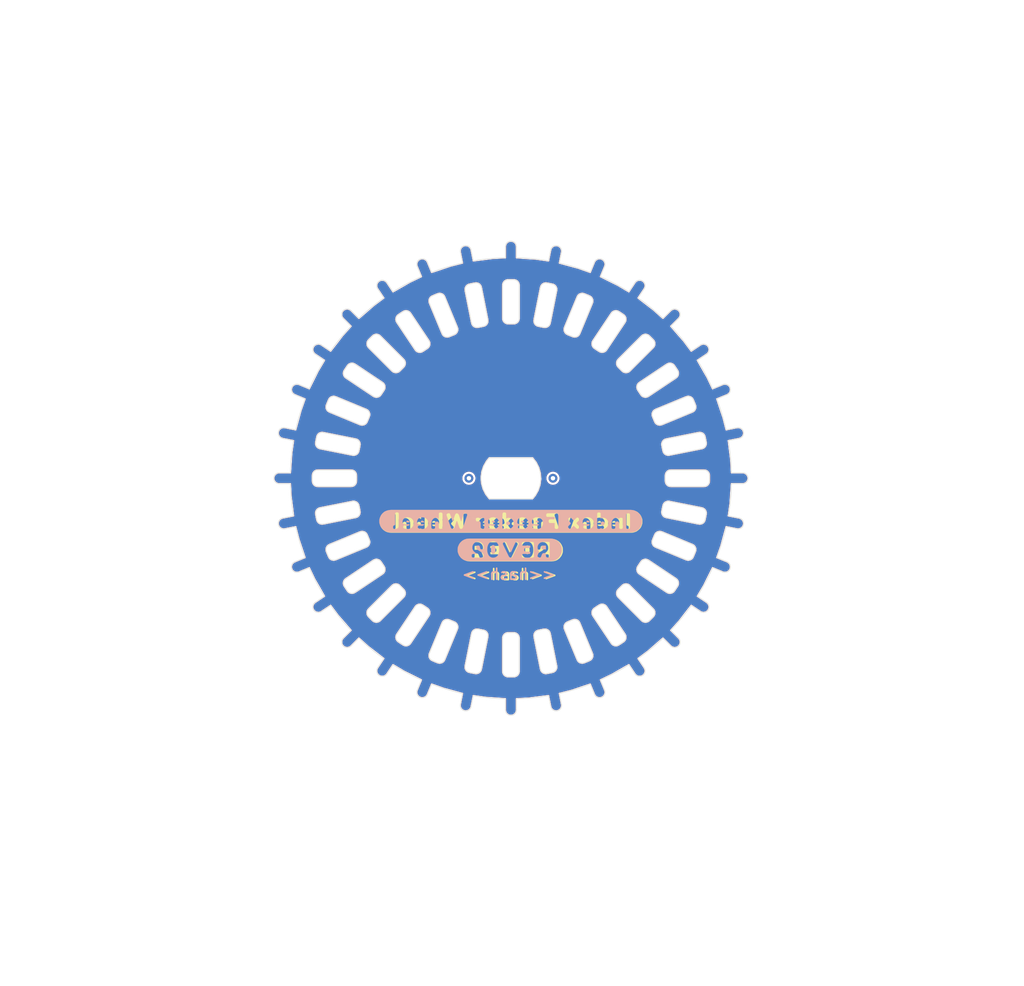
<source format=kicad_pcb>
(kicad_pcb (version 20171130) (host pcbnew 5.1.9-1.fc33)
  (layers (0 F.Cu signal) (31 B.Cu signal) (34 B.Paste user) (35 F.Paste user) (36 B.SilkS user) (37 F.SilkS user) (38 B.Mask user) (39 F.Mask user) (44 Edge.Cuts user))
  (net 0 "")
  (module buzzard_labels (layer B.Cu) (at -0.02 3.89 180)
    (fp_text reference "" (at 0 0) (layer B.SilkS) (effects (font (size 1.27 1.27)) (justify mirror)))
    (fp_text value "" (at 0 0) (layer B.SilkS) (effects (font (size 1.27 1.27)) (justify mirror)))
  )
  (module buzzard_labels (layer F.Cu) (at 0.01 3.92)
    (fp_text reference "" (at 0 0) (layer F.SilkS) (effects (font (size 1.27 1.27))))
    (fp_text value "" (at 0 0) (layer F.SilkS) (effects (font (size 1.27 1.27))))
  )
  (module buzzard_labels (layer B.Cu) (at -0.11 6.49 180)
    (fp_text reference "" (at 0 0) (layer B.SilkS) (effects (font (size 1.27 1.27)) (justify mirror)))
    (fp_text value "" (at 0 0) (layer B.SilkS) (effects (font (size 1.27 1.27)) (justify mirror)))
  )
  (module buzzard_labels (layer F.Cu) (at -0.01 6.52)
    (fp_text reference "" (at 0 0) (layer F.SilkS) (effects (font (size 1.27 1.27))))
    (fp_text value "" (at 0 0) (layer F.SilkS) (effects (font (size 1.27 1.27))))
  )
  (gr_text <<hash>> (at -0.2 8.7) (layer B.SilkS) (effects (font (size 1 1)) (justify mirror)))
  (gr_text <<hash>> (at -0.04 8.73) (layer F.SilkS) (effects (font (size 1 1))))
  (gr_arc (start 0 0) (end 19.994 -0.5) (angle -8.385) (layer Edge.Cuts) (width 0.05))
  (gr_line (start 19.707 -3.41) (end 20.694 -3.607) (angle 90) (layer Edge.Cuts) (width 0.05))
  (gr_arc (start 0 0) (end 19.512 -4.391) (angle -8.385) (layer Edge.Cuts) (width 0.05))
  (gr_arc (start 0 0) (end 18.28 -8.113) (angle -8.385) (layer Edge.Cuts) (width 0.05))
  (gr_arc (start 0 0) (end 16.346 -11.524) (angle -8.385) (layer Edge.Cuts) (width 0.05))
  (gr_arc (start 0 0) (end 13.784 -14.491) (angle -8.385) (layer Edge.Cuts) (width 0.05))
  (gr_arc (start 0 0) (end 10.692 -16.902) (angle -8.385) (layer Edge.Cuts) (width 0.05))
  (gr_arc (start 0 0) (end 7.189 -18.663) (angle -8.385) (layer Edge.Cuts) (width 0.05))
  (gr_arc (start 0 0) (end 3.41 -19.707) (angle -8.385) (layer Edge.Cuts) (width 0.05))
  (gr_arc (start 0 0) (end -0.5 -19.994) (angle -8.385) (layer Edge.Cuts) (width 0.05))
  (gr_arc (start 0 0) (end -4.391 -19.512) (angle -8.385) (layer Edge.Cuts) (width 0.05))
  (gr_arc (start 0 0) (end -8.113 -18.28) (angle -8.385) (layer Edge.Cuts) (width 0.05))
  (gr_arc (start 0 0) (end -11.524 -16.346) (angle -8.385) (layer Edge.Cuts) (width 0.05))
  (gr_arc (start 0 0) (end -14.491 -13.784) (angle -8.385) (layer Edge.Cuts) (width 0.05))
  (gr_arc (start 0 0) (end -16.902 -10.692) (angle -8.385) (layer Edge.Cuts) (width 0.05))
  (gr_arc (start 0 0) (end -18.663 -7.189) (angle -8.385) (layer Edge.Cuts) (width 0.05))
  (gr_arc (start 0 0) (end -19.707 -3.41) (angle -8.385) (layer Edge.Cuts) (width 0.05))
  (gr_arc (start 0 0) (end -19.994 0.5) (angle -8.385) (layer Edge.Cuts) (width 0.05))
  (gr_arc (start 0 0) (end -19.512 4.391) (angle -8.385) (layer Edge.Cuts) (width 0.05))
  (gr_arc (start 0 0) (end -18.28 8.113) (angle -8.385) (layer Edge.Cuts) (width 0.05))
  (gr_arc (start 0 0) (end -16.346 11.524) (angle -8.385) (layer Edge.Cuts) (width 0.05))
  (gr_arc (start 0 0) (end -13.784 14.491) (angle -8.385) (layer Edge.Cuts) (width 0.05))
  (gr_arc (start 0 0) (end -10.692 16.902) (angle -8.385) (layer Edge.Cuts) (width 0.05))
  (gr_arc (start 0 0) (end -7.189 18.663) (angle -8.385) (layer Edge.Cuts) (width 0.05))
  (gr_arc (start 0 0) (end -3.41 19.707) (angle -8.385) (layer Edge.Cuts) (width 0.05))
  (gr_arc (start 0 0) (end 0.5 19.994) (angle -8.385) (layer Edge.Cuts) (width 0.05))
  (gr_arc (start 0 0) (end 4.391 19.512) (angle -8.385) (layer Edge.Cuts) (width 0.05))
  (gr_arc (start 0 0) (end 8.113 18.28) (angle -8.385) (layer Edge.Cuts) (width 0.05))
  (gr_arc (start 0 0) (end 11.524 16.346) (angle -8.385) (layer Edge.Cuts) (width 0.05))
  (gr_arc (start 0 0) (end 14.491 13.784) (angle -8.385) (layer Edge.Cuts) (width 0.05))
  (gr_arc (start 0 0) (end 16.902 10.692) (angle -8.385) (layer Edge.Cuts) (width 0.05))
  (gr_arc (start 0 0) (end 18.663 7.189) (angle -8.385) (layer Edge.Cuts) (width 0.05))
  (gr_arc (start 0 0) (end 19.707 3.41) (angle -8.385) (layer Edge.Cuts) (width 0.05))
  (gr_line (start 14.5 -0.75) (end 17.5 -0.75) (angle 90) (layer Edge.Cuts) (width 0.05))
  (gr_arc (start 14.5 -0.25) (end 14.5 -0.75) (angle -90) (layer Edge.Cuts) (width 0.05))
  (gr_arc (start 17.5 -0.25) (end 18 -0.25) (angle -90) (layer Edge.Cuts) (width 0.05))
  (gr_line (start 14 0.25) (end 14 -0.25) (angle 90) (layer Edge.Cuts) (width 0.05))
  (gr_line (start 18 -0.25) (end 18 0.25) (angle 90) (layer Edge.Cuts) (width 0.05))
  (gr_arc (start 14.5 0.25) (end 14 0.25) (angle -90.001) (layer Edge.Cuts) (width 0.05))
  (gr_arc (start 17.5 0.25) (end 17.5 0.75) (angle -90) (layer Edge.Cuts) (width 0.05))
  (gr_line (start 17.5 0.75) (end 14.5 0.75) (angle 90) (layer Edge.Cuts) (width 0.05))
  (gr_line (start 14.075 -3.564) (end 17.017 -4.15) (angle 90) (layer Edge.Cuts) (width 0.05))
  (gr_arc (start 14.173 -3.074) (end 14.075 -3.564) (angle -90) (layer Edge.Cuts) (width 0.05))
  (gr_arc (start 17.115 -3.659) (end 17.605 -3.757) (angle -90) (layer Edge.Cuts) (width 0.05))
  (gr_line (start 13.78 -2.486) (end 13.682 -2.976) (angle 90) (layer Edge.Cuts) (width 0.05))
  (gr_line (start 17.605 -3.757) (end 17.703 -3.266) (angle 90) (layer Edge.Cuts) (width 0.05))
  (gr_arc (start 14.27 -2.584) (end 13.78 -2.486) (angle -90.001) (layer Edge.Cuts) (width 0.05))
  (gr_arc (start 17.213 -3.169) (end 17.31 -2.678) (angle -90) (layer Edge.Cuts) (width 0.05))
  (gr_line (start 17.31 -2.678) (end 14.368 -2.093) (angle 90) (layer Edge.Cuts) (width 0.05))
  (gr_line (start 13.109 -6.242) (end 15.881 -7.39) (angle 90) (layer Edge.Cuts) (width 0.05))
  (gr_arc (start 13.301 -5.78) (end 13.109 -6.242) (angle -90) (layer Edge.Cuts) (width 0.05))
  (gr_arc (start 16.072 -6.928) (end 16.534 -7.119) (angle -90) (layer Edge.Cuts) (width 0.05))
  (gr_line (start 13.03 -5.127) (end 12.839 -5.589) (angle 90) (layer Edge.Cuts) (width 0.05))
  (gr_line (start 16.534 -7.119) (end 16.726 -6.657) (angle 90) (layer Edge.Cuts) (width 0.05))
  (gr_arc (start 13.492 -5.318) (end 13.03 -5.127) (angle -90.001) (layer Edge.Cuts) (width 0.05))
  (gr_arc (start 16.264 -6.466) (end 16.455 -6.004) (angle -90) (layer Edge.Cuts) (width 0.05))
  (gr_line (start 16.455 -6.004) (end 13.683 -4.856) (angle 90) (layer Edge.Cuts) (width 0.05))
  (gr_line (start 11.64 -8.679) (end 14.134 -10.346) (angle 90) (layer Edge.Cuts) (width 0.05))
  (gr_arc (start 11.917 -8.264) (end 11.64 -8.679) (angle -90) (layer Edge.Cuts) (width 0.05))
  (gr_arc (start 14.412 -9.93) (end 14.828 -10.208) (angle -90) (layer Edge.Cuts) (width 0.05))
  (gr_line (start 11.779 -7.57) (end 11.502 -7.986) (angle 90) (layer Edge.Cuts) (width 0.05))
  (gr_line (start 14.828 -10.208) (end 15.105 -9.792) (angle 90) (layer Edge.Cuts) (width 0.05))
  (gr_arc (start 12.195 -7.848) (end 11.779 -7.57) (angle -90.001) (layer Edge.Cuts) (width 0.05))
  (gr_arc (start 14.69 -9.515) (end 14.967 -9.099) (angle -90) (layer Edge.Cuts) (width 0.05))
  (gr_line (start 14.967 -9.099) (end 12.473 -7.432) (angle 90) (layer Edge.Cuts) (width 0.05))
  (gr_line (start 4.856 -13.683) (end 6.004 -16.455) (angle 90) (layer Edge.Cuts) (width 0.05))
  (gr_arc (start 5.318 -13.492) (end 4.856 -13.683) (angle -90) (layer Edge.Cuts) (width 0.05))
  (gr_arc (start 6.466 -16.264) (end 6.657 -16.726) (angle -90) (layer Edge.Cuts) (width 0.05))
  (gr_line (start 5.589 -12.839) (end 5.127 -13.03) (angle 90) (layer Edge.Cuts) (width 0.05))
  (gr_line (start 6.657 -16.726) (end 7.119 -16.534) (angle 90) (layer Edge.Cuts) (width 0.05))
  (gr_arc (start 5.78 -13.301) (end 5.589 -12.839) (angle -90.001) (layer Edge.Cuts) (width 0.05))
  (gr_arc (start 6.928 -16.072) (end 7.39 -15.881) (angle -90) (layer Edge.Cuts) (width 0.05))
  (gr_line (start 7.39 -15.881) (end 6.242 -13.109) (angle 90) (layer Edge.Cuts) (width 0.05))
  (gr_line (start 7.432 -12.473) (end 9.099 -14.967) (angle 90) (layer Edge.Cuts) (width 0.05))
  (gr_arc (start 7.848 -12.195) (end 7.432 -12.473) (angle -90) (layer Edge.Cuts) (width 0.05))
  (gr_arc (start 9.515 -14.69) (end 9.792 -15.105) (angle -90) (layer Edge.Cuts) (width 0.05))
  (gr_line (start 7.986 -11.502) (end 7.57 -11.779) (angle 90) (layer Edge.Cuts) (width 0.05))
  (gr_line (start 9.792 -15.105) (end 10.208 -14.828) (angle 90) (layer Edge.Cuts) (width 0.05))
  (gr_arc (start 8.264 -11.917) (end 7.986 -11.502) (angle -90.001) (layer Edge.Cuts) (width 0.05))
  (gr_arc (start 9.93 -14.412) (end 10.346 -14.134) (angle -90) (layer Edge.Cuts) (width 0.05))
  (gr_line (start 10.346 -14.134) (end 8.679 -11.64) (angle 90) (layer Edge.Cuts) (width 0.05))
  (gr_line (start 9.723 -10.783) (end 11.844 -12.905) (angle 90) (layer Edge.Cuts) (width 0.05))
  (gr_arc (start 10.076 -10.43) (end 9.723 -10.783) (angle -90) (layer Edge.Cuts) (width 0.05))
  (gr_arc (start 12.198 -12.551) (end 12.551 -12.905) (angle -90) (layer Edge.Cuts) (width 0.05))
  (gr_line (start 10.076 -9.723) (end 9.723 -10.076) (angle 90) (layer Edge.Cuts) (width 0.05))
  (gr_line (start 12.551 -12.905) (end 12.905 -12.551) (angle 90) (layer Edge.Cuts) (width 0.05))
  (gr_arc (start 10.43 -10.076) (end 10.076 -9.723) (angle -90.001) (layer Edge.Cuts) (width 0.05))
  (gr_arc (start 12.551 -12.198) (end 12.905 -11.844) (angle -90) (layer Edge.Cuts) (width 0.05))
  (gr_line (start 12.905 -11.844) (end 10.783 -9.723) (angle 90) (layer Edge.Cuts) (width 0.05))
  (gr_line (start -6.242 -13.109) (end -7.39 -15.881) (angle 90) (layer Edge.Cuts) (width 0.05))
  (gr_arc (start -5.78 -13.301) (end -6.242 -13.109) (angle -90) (layer Edge.Cuts) (width 0.05))
  (gr_arc (start -6.928 -16.072) (end -7.119 -16.534) (angle -90) (layer Edge.Cuts) (width 0.05))
  (gr_line (start -5.127 -13.03) (end -5.589 -12.839) (angle 90) (layer Edge.Cuts) (width 0.05))
  (gr_line (start -7.119 -16.534) (end -6.657 -16.726) (angle 90) (layer Edge.Cuts) (width 0.05))
  (gr_arc (start -5.318 -13.492) (end -5.127 -13.03) (angle -90.001) (layer Edge.Cuts) (width 0.05))
  (gr_arc (start -6.466 -16.264) (end -6.004 -16.455) (angle -90) (layer Edge.Cuts) (width 0.05))
  (gr_line (start -6.004 -16.455) (end -4.856 -13.683) (angle 90) (layer Edge.Cuts) (width 0.05))
  (gr_line (start -8.679 -11.64) (end -10.346 -14.134) (angle 90) (layer Edge.Cuts) (width 0.05))
  (gr_arc (start -8.264 -11.917) (end -8.679 -11.64) (angle -90) (layer Edge.Cuts) (width 0.05))
  (gr_arc (start -9.93 -14.412) (end -10.208 -14.828) (angle -90) (layer Edge.Cuts) (width 0.05))
  (gr_line (start -7.57 -11.779) (end -7.986 -11.502) (angle 90) (layer Edge.Cuts) (width 0.05))
  (gr_line (start -10.208 -14.828) (end -9.792 -15.105) (angle 90) (layer Edge.Cuts) (width 0.05))
  (gr_arc (start -7.848 -12.195) (end -7.57 -11.779) (angle -90.001) (layer Edge.Cuts) (width 0.05))
  (gr_arc (start -9.515 -14.69) (end -9.099 -14.967) (angle -90) (layer Edge.Cuts) (width 0.05))
  (gr_line (start -9.099 -14.967) (end -7.432 -12.473) (angle 90) (layer Edge.Cuts) (width 0.05))
  (gr_line (start -10.783 -9.723) (end -12.905 -11.844) (angle 90) (layer Edge.Cuts) (width 0.05))
  (gr_arc (start -10.43 -10.076) (end -10.783 -9.723) (angle -90) (layer Edge.Cuts) (width 0.05))
  (gr_arc (start -12.551 -12.198) (end -12.905 -12.551) (angle -90) (layer Edge.Cuts) (width 0.05))
  (gr_line (start -9.723 -10.076) (end -10.076 -9.723) (angle 90) (layer Edge.Cuts) (width 0.05))
  (gr_line (start -12.905 -12.551) (end -12.551 -12.905) (angle 90) (layer Edge.Cuts) (width 0.05))
  (gr_arc (start -10.076 -10.43) (end -9.723 -10.076) (angle -90.001) (layer Edge.Cuts) (width 0.05))
  (gr_arc (start -12.198 -12.551) (end -11.844 -12.905) (angle -90) (layer Edge.Cuts) (width 0.05))
  (gr_line (start -11.844 -12.905) (end -9.723 -10.783) (angle 90) (layer Edge.Cuts) (width 0.05))
  (gr_line (start -0.75 -14.5) (end -0.75 -17.5) (angle 90) (layer Edge.Cuts) (width 0.05))
  (gr_arc (start -0.25 -14.5) (end -0.75 -14.5) (angle -90) (layer Edge.Cuts) (width 0.05))
  (gr_arc (start -0.25 -17.5) (end -0.25 -18) (angle -90) (layer Edge.Cuts) (width 0.05))
  (gr_line (start 0.25 -14) (end -0.25 -14) (angle 90) (layer Edge.Cuts) (width 0.05))
  (gr_line (start -0.25 -18) (end 0.25 -18) (angle 90) (layer Edge.Cuts) (width 0.05))
  (gr_arc (start 0.25 -14.5) (end 0.25 -14) (angle -90.001) (layer Edge.Cuts) (width 0.05))
  (gr_arc (start 0.25 -17.5) (end 0.75 -17.5) (angle -90) (layer Edge.Cuts) (width 0.05))
  (gr_line (start 0.75 -17.5) (end 0.75 -14.5) (angle 90) (layer Edge.Cuts) (width 0.05))
  (gr_line (start -3.564 -14.075) (end -4.15 -17.017) (angle 90) (layer Edge.Cuts) (width 0.05))
  (gr_arc (start -3.074 -14.173) (end -3.564 -14.075) (angle -90) (layer Edge.Cuts) (width 0.05))
  (gr_arc (start -3.659 -17.115) (end -3.757 -17.605) (angle -90) (layer Edge.Cuts) (width 0.05))
  (gr_line (start -2.486 -13.78) (end -2.976 -13.682) (angle 90) (layer Edge.Cuts) (width 0.05))
  (gr_line (start -3.757 -17.605) (end -3.266 -17.703) (angle 90) (layer Edge.Cuts) (width 0.05))
  (gr_arc (start -2.584 -14.27) (end -2.486 -13.78) (angle -90.001) (layer Edge.Cuts) (width 0.05))
  (gr_arc (start -3.169 -17.213) (end -2.678 -17.31) (angle -90) (layer Edge.Cuts) (width 0.05))
  (gr_line (start -2.678 -17.31) (end -2.093 -14.368) (angle 90) (layer Edge.Cuts) (width 0.05))
  (gr_line (start 2.093 -14.368) (end 2.678 -17.31) (angle 90) (layer Edge.Cuts) (width 0.05))
  (gr_arc (start 2.584 -14.27) (end 2.093 -14.368) (angle -90) (layer Edge.Cuts) (width 0.05))
  (gr_line (start 2.976 -13.682) (end 2.486 -13.78) (angle 90) (layer Edge.Cuts) (width 0.05))
  (gr_arc (start 3.074 -14.173) (end 2.976 -13.682) (angle -90.001) (layer Edge.Cuts) (width 0.05))
  (gr_line (start 4.15 -17.017) (end 3.564 -14.075) (angle 90) (layer Edge.Cuts) (width 0.05))
  (gr_arc (start 3.659 -17.115) (end 4.15 -17.017) (angle -90) (layer Edge.Cuts) (width 0.05))
  (gr_line (start 3.266 -17.703) (end 3.757 -17.605) (angle 90) (layer Edge.Cuts) (width 0.05))
  (gr_arc (start 3.169 -17.213) (end 3.266 -17.703) (angle -90) (layer Edge.Cuts) (width 0.05))
  (gr_arc (start 0 0) (end -1.967 -1.85) (angle -86.5) (layer Edge.Cuts) (width 0.05))
  (gr_line (start -1.967 -1.85) (end 1.967 -1.85) (angle 90) (layer Edge.Cuts) (width 0.05))
  (gr_line (start -1.967 1.85) (end 1.967 1.85) (angle 90) (layer Edge.Cuts) (width 0.05))
  (gr_arc (start 0 0) (end 1.967 1.85) (angle -86.5) (layer Edge.Cuts) (width 0.05))
  (gr_line (start 0.75 14.5) (end 0.75 17.5) (angle 90) (layer Edge.Cuts) (width 0.05))
  (gr_arc (start 0.25 14.5) (end 0.75 14.5) (angle -90) (layer Edge.Cuts) (width 0.05))
  (gr_arc (start 0.25 17.5) (end 0.25 18) (angle -90) (layer Edge.Cuts) (width 0.05))
  (gr_line (start -0.25 14) (end 0.25 14) (angle 90) (layer Edge.Cuts) (width 0.05))
  (gr_line (start 0.25 18) (end -0.25 18) (angle 90) (layer Edge.Cuts) (width 0.05))
  (gr_arc (start -0.25 14.5) (end -0.25 14) (angle -90.001) (layer Edge.Cuts) (width 0.05))
  (gr_arc (start -0.25 17.5) (end -0.75 17.5) (angle -90) (layer Edge.Cuts) (width 0.05))
  (gr_line (start -0.75 17.5) (end -0.75 14.5) (angle 90) (layer Edge.Cuts) (width 0.05))
  (gr_line (start 3.564 14.075) (end 4.15 17.017) (angle 90) (layer Edge.Cuts) (width 0.05))
  (gr_arc (start 3.074 14.173) (end 3.564 14.075) (angle -90) (layer Edge.Cuts) (width 0.05))
  (gr_arc (start 3.659 17.115) (end 3.757 17.605) (angle -90) (layer Edge.Cuts) (width 0.05))
  (gr_line (start 2.486 13.78) (end 2.976 13.682) (angle 90) (layer Edge.Cuts) (width 0.05))
  (gr_line (start 3.757 17.605) (end 3.266 17.703) (angle 90) (layer Edge.Cuts) (width 0.05))
  (gr_arc (start 2.584 14.27) (end 2.486 13.78) (angle -90.001) (layer Edge.Cuts) (width 0.05))
  (gr_arc (start 3.169 17.213) (end 2.678 17.31) (angle -90) (layer Edge.Cuts) (width 0.05))
  (gr_line (start 2.678 17.31) (end 2.093 14.368) (angle 90) (layer Edge.Cuts) (width 0.05))
  (gr_line (start 6.242 13.109) (end 7.39 15.881) (angle 90) (layer Edge.Cuts) (width 0.05))
  (gr_arc (start 5.78 13.301) (end 6.242 13.109) (angle -90) (layer Edge.Cuts) (width 0.05))
  (gr_arc (start 6.928 16.072) (end 7.119 16.534) (angle -90) (layer Edge.Cuts) (width 0.05))
  (gr_line (start 5.127 13.03) (end 5.589 12.839) (angle 90) (layer Edge.Cuts) (width 0.05))
  (gr_line (start 7.119 16.534) (end 6.657 16.726) (angle 90) (layer Edge.Cuts) (width 0.05))
  (gr_arc (start 5.318 13.492) (end 5.127 13.03) (angle -90.001) (layer Edge.Cuts) (width 0.05))
  (gr_arc (start 6.466 16.264) (end 6.004 16.455) (angle -90) (layer Edge.Cuts) (width 0.05))
  (gr_line (start 6.004 16.455) (end 4.856 13.683) (angle 90) (layer Edge.Cuts) (width 0.05))
  (gr_line (start 8.679 11.64) (end 10.346 14.134) (angle 90) (layer Edge.Cuts) (width 0.05))
  (gr_arc (start 8.264 11.917) (end 8.679 11.64) (angle -90) (layer Edge.Cuts) (width 0.05))
  (gr_arc (start 9.93 14.412) (end 10.208 14.828) (angle -90) (layer Edge.Cuts) (width 0.05))
  (gr_line (start 7.57 11.779) (end 7.986 11.502) (angle 90) (layer Edge.Cuts) (width 0.05))
  (gr_line (start 10.208 14.828) (end 9.792 15.105) (angle 90) (layer Edge.Cuts) (width 0.05))
  (gr_arc (start 7.848 12.195) (end 7.57 11.779) (angle -90.001) (layer Edge.Cuts) (width 0.05))
  (gr_arc (start 9.515 14.69) (end 9.099 14.967) (angle -90) (layer Edge.Cuts) (width 0.05))
  (gr_line (start 9.099 14.967) (end 7.432 12.473) (angle 90) (layer Edge.Cuts) (width 0.05))
  (gr_line (start 13.683 4.856) (end 16.455 6.004) (angle 90) (layer Edge.Cuts) (width 0.05))
  (gr_arc (start 13.492 5.318) (end 13.683 4.856) (angle -90) (layer Edge.Cuts) (width 0.05))
  (gr_arc (start 16.264 6.466) (end 16.726 6.657) (angle -90) (layer Edge.Cuts) (width 0.05))
  (gr_line (start 12.839 5.589) (end 13.03 5.127) (angle 90) (layer Edge.Cuts) (width 0.05))
  (gr_line (start 16.726 6.657) (end 16.534 7.119) (angle 90) (layer Edge.Cuts) (width 0.05))
  (gr_arc (start 13.301 5.78) (end 12.839 5.589) (angle -90.001) (layer Edge.Cuts) (width 0.05))
  (gr_arc (start 16.072 6.928) (end 15.881 7.39) (angle -90) (layer Edge.Cuts) (width 0.05))
  (gr_line (start 15.881 7.39) (end 13.109 6.242) (angle 90) (layer Edge.Cuts) (width 0.05))
  (gr_line (start 12.473 7.432) (end 14.967 9.099) (angle 90) (layer Edge.Cuts) (width 0.05))
  (gr_arc (start 12.195 7.848) (end 12.473 7.432) (angle -90) (layer Edge.Cuts) (width 0.05))
  (gr_arc (start 14.69 9.515) (end 15.105 9.792) (angle -90) (layer Edge.Cuts) (width 0.05))
  (gr_line (start 11.502 7.986) (end 11.779 7.57) (angle 90) (layer Edge.Cuts) (width 0.05))
  (gr_line (start 15.105 9.792) (end 14.828 10.208) (angle 90) (layer Edge.Cuts) (width 0.05))
  (gr_arc (start 11.917 8.264) (end 11.502 7.986) (angle -90.001) (layer Edge.Cuts) (width 0.05))
  (gr_arc (start 14.412 9.93) (end 14.134 10.346) (angle -90) (layer Edge.Cuts) (width 0.05))
  (gr_line (start 14.134 10.346) (end 11.64 8.679) (angle 90) (layer Edge.Cuts) (width 0.05))
  (gr_line (start 10.783 9.723) (end 12.905 11.844) (angle 90) (layer Edge.Cuts) (width 0.05))
  (gr_arc (start 10.43 10.076) (end 10.783 9.723) (angle -90) (layer Edge.Cuts) (width 0.05))
  (gr_arc (start 12.551 12.198) (end 12.905 12.551) (angle -90) (layer Edge.Cuts) (width 0.05))
  (gr_line (start 9.723 10.076) (end 10.076 9.723) (angle 90) (layer Edge.Cuts) (width 0.05))
  (gr_line (start 12.905 12.551) (end 12.551 12.905) (angle 90) (layer Edge.Cuts) (width 0.05))
  (gr_arc (start 10.076 10.43) (end 9.723 10.076) (angle -90.001) (layer Edge.Cuts) (width 0.05))
  (gr_arc (start 12.198 12.551) (end 11.844 12.905) (angle -90) (layer Edge.Cuts) (width 0.05))
  (gr_line (start 11.844 12.905) (end 9.723 10.783) (angle 90) (layer Edge.Cuts) (width 0.05))
  (gr_line (start -2.093 14.368) (end -2.678 17.31) (angle 90) (layer Edge.Cuts) (width 0.05))
  (gr_arc (start -2.584 14.27) (end -2.093 14.368) (angle -90) (layer Edge.Cuts) (width 0.05))
  (gr_arc (start -3.169 17.213) (end -3.266 17.703) (angle -90) (layer Edge.Cuts) (width 0.05))
  (gr_line (start -2.976 13.682) (end -2.486 13.78) (angle 90) (layer Edge.Cuts) (width 0.05))
  (gr_line (start -3.266 17.703) (end -3.757 17.605) (angle 90) (layer Edge.Cuts) (width 0.05))
  (gr_arc (start -3.074 14.173) (end -2.976 13.682) (angle -90.001) (layer Edge.Cuts) (width 0.05))
  (gr_arc (start -3.659 17.115) (end -4.15 17.017) (angle -90) (layer Edge.Cuts) (width 0.05))
  (gr_line (start -4.15 17.017) (end -3.564 14.075) (angle 90) (layer Edge.Cuts) (width 0.05))
  (gr_line (start -4.856 13.683) (end -6.004 16.455) (angle 90) (layer Edge.Cuts) (width 0.05))
  (gr_arc (start -5.318 13.492) (end -4.856 13.683) (angle -90) (layer Edge.Cuts) (width 0.05))
  (gr_arc (start -6.466 16.264) (end -6.657 16.726) (angle -90) (layer Edge.Cuts) (width 0.05))
  (gr_line (start -5.589 12.839) (end -5.127 13.03) (angle 90) (layer Edge.Cuts) (width 0.05))
  (gr_line (start -6.657 16.726) (end -7.119 16.534) (angle 90) (layer Edge.Cuts) (width 0.05))
  (gr_arc (start -5.78 13.301) (end -5.589 12.839) (angle -90.001) (layer Edge.Cuts) (width 0.05))
  (gr_arc (start -6.928 16.072) (end -7.39 15.881) (angle -90) (layer Edge.Cuts) (width 0.05))
  (gr_line (start -7.39 15.881) (end -6.242 13.109) (angle 90) (layer Edge.Cuts) (width 0.05))
  (gr_line (start 14.368 2.093) (end 17.31 2.678) (angle 90) (layer Edge.Cuts) (width 0.05))
  (gr_arc (start 14.27 2.584) (end 14.368 2.093) (angle -90) (layer Edge.Cuts) (width 0.05))
  (gr_arc (start 17.213 3.169) (end 17.703 3.266) (angle -90) (layer Edge.Cuts) (width 0.05))
  (gr_line (start 13.682 2.976) (end 13.78 2.486) (angle 90) (layer Edge.Cuts) (width 0.05))
  (gr_line (start 17.703 3.266) (end 17.605 3.757) (angle 90) (layer Edge.Cuts) (width 0.05))
  (gr_arc (start 14.173 3.074) (end 13.682 2.976) (angle -90.001) (layer Edge.Cuts) (width 0.05))
  (gr_arc (start 17.115 3.659) (end 17.017 4.15) (angle -90) (layer Edge.Cuts) (width 0.05))
  (gr_line (start 17.017 4.15) (end 14.075 3.564) (angle 90) (layer Edge.Cuts) (width 0.05))
  (gr_line (start -13.683 -4.856) (end -16.455 -6.004) (angle 90) (layer Edge.Cuts) (width 0.05))
  (gr_arc (start -13.492 -5.318) (end -13.683 -4.856) (angle -90) (layer Edge.Cuts) (width 0.05))
  (gr_arc (start -16.264 -6.466) (end -16.726 -6.657) (angle -90) (layer Edge.Cuts) (width 0.05))
  (gr_line (start -12.839 -5.589) (end -13.03 -5.127) (angle 90) (layer Edge.Cuts) (width 0.05))
  (gr_line (start -16.726 -6.657) (end -16.534 -7.119) (angle 90) (layer Edge.Cuts) (width 0.05))
  (gr_arc (start -13.301 -5.78) (end -12.839 -5.589) (angle -90.001) (layer Edge.Cuts) (width 0.05))
  (gr_arc (start -16.072 -6.928) (end -15.881 -7.39) (angle -90) (layer Edge.Cuts) (width 0.05))
  (gr_line (start -15.881 -7.39) (end -13.109 -6.242) (angle 90) (layer Edge.Cuts) (width 0.05))
  (gr_line (start -12.473 -7.432) (end -14.967 -9.099) (angle 90) (layer Edge.Cuts) (width 0.05))
  (gr_arc (start -12.195 -7.848) (end -12.473 -7.432) (angle -90) (layer Edge.Cuts) (width 0.05))
  (gr_arc (start -14.69 -9.515) (end -15.105 -9.792) (angle -90) (layer Edge.Cuts) (width 0.05))
  (gr_line (start -11.502 -7.986) (end -11.779 -7.57) (angle 90) (layer Edge.Cuts) (width 0.05))
  (gr_line (start -15.105 -9.792) (end -14.828 -10.208) (angle 90) (layer Edge.Cuts) (width 0.05))
  (gr_arc (start -11.917 -8.264) (end -11.502 -7.986) (angle -90.001) (layer Edge.Cuts) (width 0.05))
  (gr_arc (start -14.412 -9.93) (end -14.134 -10.346) (angle -90) (layer Edge.Cuts) (width 0.05))
  (gr_line (start -14.134 -10.346) (end -11.64 -8.679) (angle 90) (layer Edge.Cuts) (width 0.05))
  (gr_line (start -14.368 -2.093) (end -17.31 -2.678) (angle 90) (layer Edge.Cuts) (width 0.05))
  (gr_arc (start -14.27 -2.584) (end -14.368 -2.093) (angle -90) (layer Edge.Cuts) (width 0.05))
  (gr_arc (start -17.213 -3.169) (end -17.703 -3.266) (angle -90) (layer Edge.Cuts) (width 0.05))
  (gr_line (start -13.682 -2.976) (end -13.78 -2.486) (angle 90) (layer Edge.Cuts) (width 0.05))
  (gr_line (start -17.703 -3.266) (end -17.605 -3.757) (angle 90) (layer Edge.Cuts) (width 0.05))
  (gr_arc (start -14.173 -3.074) (end -13.682 -2.976) (angle -90.001) (layer Edge.Cuts) (width 0.05))
  (gr_arc (start -17.115 -3.659) (end -17.017 -4.15) (angle -90) (layer Edge.Cuts) (width 0.05))
  (gr_line (start -17.017 -4.15) (end -14.075 -3.564) (angle 90) (layer Edge.Cuts) (width 0.05))
  (gr_line (start -14.075 3.564) (end -17.017 4.15) (angle 90) (layer Edge.Cuts) (width 0.05))
  (gr_arc (start -14.173 3.074) (end -14.075 3.564) (angle -90) (layer Edge.Cuts) (width 0.05))
  (gr_arc (start -17.115 3.659) (end -17.605 3.757) (angle -90) (layer Edge.Cuts) (width 0.05))
  (gr_line (start -13.78 2.486) (end -13.682 2.976) (angle 90) (layer Edge.Cuts) (width 0.05))
  (gr_line (start -17.605 3.757) (end -17.703 3.266) (angle 90) (layer Edge.Cuts) (width 0.05))
  (gr_arc (start -14.27 2.584) (end -13.78 2.486) (angle -90.001) (layer Edge.Cuts) (width 0.05))
  (gr_arc (start -17.213 3.169) (end -17.31 2.678) (angle -90) (layer Edge.Cuts) (width 0.05))
  (gr_line (start -17.31 2.678) (end -14.368 2.093) (angle 90) (layer Edge.Cuts) (width 0.05))
  (gr_line (start -14.5 0.75) (end -17.5 0.75) (angle 90) (layer Edge.Cuts) (width 0.05))
  (gr_arc (start -14.5 0.25) (end -14.5 0.75) (angle -90) (layer Edge.Cuts) (width 0.05))
  (gr_arc (start -17.5 0.25) (end -18 0.25) (angle -90) (layer Edge.Cuts) (width 0.05))
  (gr_line (start -14 -0.25) (end -14 0.25) (angle 90) (layer Edge.Cuts) (width 0.05))
  (gr_line (start -18 0.25) (end -18 -0.25) (angle 90) (layer Edge.Cuts) (width 0.05))
  (gr_arc (start -14.5 -0.25) (end -14 -0.25) (angle -90.001) (layer Edge.Cuts) (width 0.05))
  (gr_arc (start -17.5 -0.25) (end -17.5 -0.75) (angle -90) (layer Edge.Cuts) (width 0.05))
  (gr_line (start -17.5 -0.75) (end -14.5 -0.75) (angle 90) (layer Edge.Cuts) (width 0.05))
  (gr_line (start -11.64 8.679) (end -14.134 10.346) (angle 90) (layer Edge.Cuts) (width 0.05))
  (gr_arc (start -11.917 8.264) (end -11.64 8.679) (angle -90) (layer Edge.Cuts) (width 0.05))
  (gr_arc (start -14.412 9.93) (end -14.828 10.208) (angle -90) (layer Edge.Cuts) (width 0.05))
  (gr_line (start -11.779 7.57) (end -11.502 7.986) (angle 90) (layer Edge.Cuts) (width 0.05))
  (gr_line (start -14.828 10.208) (end -15.105 9.792) (angle 90) (layer Edge.Cuts) (width 0.05))
  (gr_arc (start -12.195 7.848) (end -11.779 7.57) (angle -90.001) (layer Edge.Cuts) (width 0.05))
  (gr_arc (start -14.69 9.515) (end -14.967 9.099) (angle -90) (layer Edge.Cuts) (width 0.05))
  (gr_line (start -14.967 9.099) (end -12.473 7.432) (angle 90) (layer Edge.Cuts) (width 0.05))
  (gr_line (start -13.109 6.242) (end -15.881 7.39) (angle 90) (layer Edge.Cuts) (width 0.05))
  (gr_arc (start -13.301 5.78) (end -13.109 6.242) (angle -90) (layer Edge.Cuts) (width 0.05))
  (gr_arc (start -16.072 6.928) (end -16.534 7.119) (angle -90) (layer Edge.Cuts) (width 0.05))
  (gr_line (start -13.03 5.127) (end -12.839 5.589) (angle 90) (layer Edge.Cuts) (width 0.05))
  (gr_line (start -16.534 7.119) (end -16.726 6.657) (angle 90) (layer Edge.Cuts) (width 0.05))
  (gr_arc (start -13.492 5.318) (end -13.03 5.127) (angle -90.001) (layer Edge.Cuts) (width 0.05))
  (gr_arc (start -16.264 6.466) (end -16.455 6.004) (angle -90) (layer Edge.Cuts) (width 0.05))
  (gr_line (start -16.455 6.004) (end -13.683 4.856) (angle 90) (layer Edge.Cuts) (width 0.05))
  (gr_line (start -9.723 10.783) (end -11.844 12.905) (angle 90) (layer Edge.Cuts) (width 0.05))
  (gr_arc (start -10.076 10.43) (end -9.723 10.783) (angle -90) (layer Edge.Cuts) (width 0.05))
  (gr_arc (start -12.198 12.551) (end -12.551 12.905) (angle -90) (layer Edge.Cuts) (width 0.05))
  (gr_line (start -10.076 9.723) (end -9.723 10.076) (angle 90) (layer Edge.Cuts) (width 0.05))
  (gr_line (start -12.551 12.905) (end -12.905 12.551) (angle 90) (layer Edge.Cuts) (width 0.05))
  (gr_arc (start -10.43 10.076) (end -10.076 9.723) (angle -90.001) (layer Edge.Cuts) (width 0.05))
  (gr_arc (start -12.551 12.198) (end -12.905 11.844) (angle -90) (layer Edge.Cuts) (width 0.05))
  (gr_line (start -12.905 11.844) (end -10.783 9.723) (angle 90) (layer Edge.Cuts) (width 0.05))
  (gr_line (start -7.432 12.473) (end -9.099 14.967) (angle 90) (layer Edge.Cuts) (width 0.05))
  (gr_arc (start -7.848 12.195) (end -7.432 12.473) (angle -90) (layer Edge.Cuts) (width 0.05))
  (gr_arc (start -9.515 14.69) (end -9.792 15.105) (angle -90) (layer Edge.Cuts) (width 0.05))
  (gr_line (start -7.986 11.502) (end -7.57 11.779) (angle 90) (layer Edge.Cuts) (width 0.05))
  (gr_line (start -9.792 15.105) (end -10.208 14.828) (angle 90) (layer Edge.Cuts) (width 0.05))
  (gr_arc (start -8.264 11.917) (end -7.986 11.502) (angle -90.001) (layer Edge.Cuts) (width 0.05))
  (gr_arc (start -9.93 14.412) (end -10.346 14.134) (angle -90) (layer Edge.Cuts) (width 0.05))
  (gr_line (start -10.346 14.134) (end -8.679 11.64) (angle 90) (layer Edge.Cuts) (width 0.05))
  (gr_line (start 19.994 -0.5) (end 21 -0.5) (angle 90) (layer Edge.Cuts) (width 0.05))
  (gr_arc (start 20.596 -4.097) (end 20.694 -3.607) (angle -180) (layer Edge.Cuts) (width 0.05))
  (gr_line (start 19.512 -4.391) (end 20.499 -4.587) (angle 90) (layer Edge.Cuts) (width 0.05))
  (gr_arc (start 21 0) (end 21 0.5) (angle -180) (layer Edge.Cuts) (width 0.05))
  (gr_line (start 19.994 0.5) (end 21 0.5) (angle 90) (layer Edge.Cuts) (width 0.05))
  (gr_line (start 18.28 -8.113) (end 19.21 -8.498) (angle 90) (layer Edge.Cuts) (width 0.05))
  (gr_arc (start 19.401 -8.036) (end 19.593 -7.574) (angle -180) (layer Edge.Cuts) (width 0.05))
  (gr_line (start 18.663 -7.189) (end 19.593 -7.574) (angle 90) (layer Edge.Cuts) (width 0.05))
  (gr_line (start 16.346 -11.524) (end 17.183 -12.083) (angle 90) (layer Edge.Cuts) (width 0.05))
  (gr_arc (start 17.461 -11.667) (end 17.739 -11.251) (angle -180) (layer Edge.Cuts) (width 0.05))
  (gr_line (start 16.902 -10.692) (end 17.739 -11.251) (angle 90) (layer Edge.Cuts) (width 0.05))
  (gr_line (start 13.784 -14.491) (end 14.496 -15.203) (angle 90) (layer Edge.Cuts) (width 0.05))
  (gr_arc (start 14.849 -14.849) (end 15.203 -14.496) (angle -180) (layer Edge.Cuts) (width 0.05))
  (gr_line (start 14.491 -13.784) (end 15.203 -14.496) (angle 90) (layer Edge.Cuts) (width 0.05))
  (gr_line (start 10.692 -16.902) (end 11.251 -17.739) (angle 90) (layer Edge.Cuts) (width 0.05))
  (gr_arc (start 11.667 -17.461) (end 12.083 -17.183) (angle -180) (layer Edge.Cuts) (width 0.05))
  (gr_line (start 11.524 -16.346) (end 12.083 -17.183) (angle 90) (layer Edge.Cuts) (width 0.05))
  (gr_line (start 7.189 -18.663) (end 7.574 -19.593) (angle 90) (layer Edge.Cuts) (width 0.05))
  (gr_arc (start 8.036 -19.401) (end 8.498 -19.21) (angle -180) (layer Edge.Cuts) (width 0.05))
  (gr_line (start 8.113 -18.28) (end 8.498 -19.21) (angle 90) (layer Edge.Cuts) (width 0.05))
  (gr_line (start 3.41 -19.707) (end 3.607 -20.694) (angle 90) (layer Edge.Cuts) (width 0.05))
  (gr_arc (start 4.097 -20.596) (end 4.587 -20.499) (angle -180) (layer Edge.Cuts) (width 0.05))
  (gr_line (start 4.391 -19.512) (end 4.587 -20.499) (angle 90) (layer Edge.Cuts) (width 0.05))
  (gr_line (start -0.5 -19.994) (end -0.5 -21) (angle 90) (layer Edge.Cuts) (width 0.05))
  (gr_arc (start 0 -21) (end 0.5 -21) (angle -180) (layer Edge.Cuts) (width 0.05))
  (gr_line (start 0.5 -19.994) (end 0.5 -21) (angle 90) (layer Edge.Cuts) (width 0.05))
  (gr_line (start -4.391 -19.512) (end -4.587 -20.499) (angle 90) (layer Edge.Cuts) (width 0.05))
  (gr_arc (start -4.097 -20.596) (end -3.607 -20.694) (angle -180) (layer Edge.Cuts) (width 0.05))
  (gr_line (start -3.41 -19.707) (end -3.607 -20.694) (angle 90) (layer Edge.Cuts) (width 0.05))
  (gr_line (start -8.113 -18.28) (end -8.498 -19.21) (angle 90) (layer Edge.Cuts) (width 0.05))
  (gr_arc (start -8.036 -19.401) (end -7.574 -19.593) (angle -180) (layer Edge.Cuts) (width 0.05))
  (gr_line (start -7.189 -18.663) (end -7.574 -19.593) (angle 90) (layer Edge.Cuts) (width 0.05))
  (gr_line (start -11.524 -16.346) (end -12.083 -17.183) (angle 90) (layer Edge.Cuts) (width 0.05))
  (gr_arc (start -11.667 -17.461) (end -11.251 -17.739) (angle -180) (layer Edge.Cuts) (width 0.05))
  (gr_line (start -10.692 -16.902) (end -11.251 -17.739) (angle 90) (layer Edge.Cuts) (width 0.05))
  (gr_line (start -14.491 -13.784) (end -15.203 -14.496) (angle 90) (layer Edge.Cuts) (width 0.05))
  (gr_arc (start -14.849 -14.849) (end -14.496 -15.203) (angle -180) (layer Edge.Cuts) (width 0.05))
  (gr_line (start -13.784 -14.491) (end -14.496 -15.203) (angle 90) (layer Edge.Cuts) (width 0.05))
  (gr_line (start -16.902 -10.692) (end -17.739 -11.251) (angle 90) (layer Edge.Cuts) (width 0.05))
  (gr_arc (start -17.461 -11.667) (end -17.183 -12.083) (angle -180) (layer Edge.Cuts) (width 0.05))
  (gr_line (start -16.346 -11.524) (end -17.183 -12.083) (angle 90) (layer Edge.Cuts) (width 0.05))
  (gr_line (start -18.663 -7.189) (end -19.593 -7.574) (angle 90) (layer Edge.Cuts) (width 0.05))
  (gr_arc (start -19.401 -8.036) (end -19.21 -8.498) (angle -180) (layer Edge.Cuts) (width 0.05))
  (gr_line (start -18.28 -8.113) (end -19.21 -8.498) (angle 90) (layer Edge.Cuts) (width 0.05))
  (gr_line (start -19.707 -3.41) (end -20.694 -3.607) (angle 90) (layer Edge.Cuts) (width 0.05))
  (gr_arc (start -20.596 -4.097) (end -20.499 -4.587) (angle -180) (layer Edge.Cuts) (width 0.05))
  (gr_line (start -19.512 -4.391) (end -20.499 -4.587) (angle 90) (layer Edge.Cuts) (width 0.05))
  (gr_line (start -19.994 0.5) (end -21 0.5) (angle 90) (layer Edge.Cuts) (width 0.05))
  (gr_arc (start -21 0) (end -21 -0.5) (angle -180) (layer Edge.Cuts) (width 0.05))
  (gr_line (start -19.994 -0.5) (end -21 -0.5) (angle 90) (layer Edge.Cuts) (width 0.05))
  (gr_line (start -19.512 4.391) (end -20.499 4.587) (angle 90) (layer Edge.Cuts) (width 0.05))
  (gr_arc (start -20.596 4.097) (end -20.694 3.607) (angle -180) (layer Edge.Cuts) (width 0.05))
  (gr_line (start -19.707 3.41) (end -20.694 3.607) (angle 90) (layer Edge.Cuts) (width 0.05))
  (gr_line (start -18.28 8.113) (end -19.21 8.498) (angle 90) (layer Edge.Cuts) (width 0.05))
  (gr_arc (start -19.401 8.036) (end -19.593 7.574) (angle -180) (layer Edge.Cuts) (width 0.05))
  (gr_line (start -18.663 7.189) (end -19.593 7.574) (angle 90) (layer Edge.Cuts) (width 0.05))
  (gr_line (start -16.346 11.524) (end -17.183 12.083) (angle 90) (layer Edge.Cuts) (width 0.05))
  (gr_arc (start -17.461 11.667) (end -17.739 11.251) (angle -180) (layer Edge.Cuts) (width 0.05))
  (gr_line (start -16.902 10.692) (end -17.739 11.251) (angle 90) (layer Edge.Cuts) (width 0.05))
  (gr_line (start -13.784 14.491) (end -14.496 15.203) (angle 90) (layer Edge.Cuts) (width 0.05))
  (gr_arc (start -14.849 14.849) (end -15.203 14.496) (angle -180) (layer Edge.Cuts) (width 0.05))
  (gr_line (start -14.491 13.784) (end -15.203 14.496) (angle 90) (layer Edge.Cuts) (width 0.05))
  (gr_line (start -10.692 16.902) (end -11.251 17.739) (angle 90) (layer Edge.Cuts) (width 0.05))
  (gr_arc (start -11.667 17.461) (end -12.083 17.183) (angle -180) (layer Edge.Cuts) (width 0.05))
  (gr_line (start -11.524 16.346) (end -12.083 17.183) (angle 90) (layer Edge.Cuts) (width 0.05))
  (gr_line (start -7.189 18.663) (end -7.574 19.593) (angle 90) (layer Edge.Cuts) (width 0.05))
  (gr_arc (start -8.036 19.401) (end -8.498 19.21) (angle -180) (layer Edge.Cuts) (width 0.05))
  (gr_line (start -8.113 18.28) (end -8.498 19.21) (angle 90) (layer Edge.Cuts) (width 0.05))
  (gr_line (start -3.41 19.707) (end -3.607 20.694) (angle 90) (layer Edge.Cuts) (width 0.05))
  (gr_arc (start -4.097 20.596) (end -4.587 20.499) (angle -180) (layer Edge.Cuts) (width 0.05))
  (gr_line (start -4.391 19.512) (end -4.587 20.499) (angle 90) (layer Edge.Cuts) (width 0.05))
  (gr_line (start 0.5 19.994) (end 0.5 21) (angle 90) (layer Edge.Cuts) (width 0.05))
  (gr_arc (start 0 21) (end -0.5 21) (angle -180) (layer Edge.Cuts) (width 0.05))
  (gr_line (start -0.5 19.994) (end -0.5 21) (angle 90) (layer Edge.Cuts) (width 0.05))
  (gr_line (start 4.391 19.512) (end 4.587 20.499) (angle 90) (layer Edge.Cuts) (width 0.05))
  (gr_arc (start 4.097 20.596) (end 3.607 20.694) (angle -180) (layer Edge.Cuts) (width 0.05))
  (gr_line (start 3.41 19.707) (end 3.607 20.694) (angle 90) (layer Edge.Cuts) (width 0.05))
  (gr_line (start 8.113 18.28) (end 8.498 19.21) (angle 90) (layer Edge.Cuts) (width 0.05))
  (gr_arc (start 8.036 19.401) (end 7.574 19.593) (angle -180) (layer Edge.Cuts) (width 0.05))
  (gr_line (start 7.189 18.663) (end 7.574 19.593) (angle 90) (layer Edge.Cuts) (width 0.05))
  (gr_line (start 11.524 16.346) (end 12.083 17.183) (angle 90) (layer Edge.Cuts) (width 0.05))
  (gr_arc (start 11.667 17.461) (end 11.251 17.739) (angle -180) (layer Edge.Cuts) (width 0.05))
  (gr_line (start 10.692 16.902) (end 11.251 17.739) (angle 90) (layer Edge.Cuts) (width 0.05))
  (gr_line (start 14.491 13.784) (end 15.203 14.496) (angle 90) (layer Edge.Cuts) (width 0.05))
  (gr_arc (start 14.849 14.849) (end 14.496 15.203) (angle -180) (layer Edge.Cuts) (width 0.05))
  (gr_line (start 13.784 14.491) (end 14.496 15.203) (angle 90) (layer Edge.Cuts) (width 0.05))
  (gr_line (start 16.902 10.692) (end 17.739 11.251) (angle 90) (layer Edge.Cuts) (width 0.05))
  (gr_arc (start 17.461 11.667) (end 17.183 12.083) (angle -180) (layer Edge.Cuts) (width 0.05))
  (gr_line (start 16.346 11.524) (end 17.183 12.083) (angle 90) (layer Edge.Cuts) (width 0.05))
  (gr_line (start 18.663 7.189) (end 19.593 7.574) (angle 90) (layer Edge.Cuts) (width 0.05))
  (gr_arc (start 19.401 8.036) (end 19.21 8.498) (angle -180) (layer Edge.Cuts) (width 0.05))
  (gr_line (start 18.28 8.113) (end 19.21 8.498) (angle 90) (layer Edge.Cuts) (width 0.05))
  (gr_line (start 19.707 3.41) (end 20.694 3.607) (angle 90) (layer Edge.Cuts) (width 0.05))
  (gr_arc (start 20.596 4.097) (end 20.499 4.587) (angle -180) (layer Edge.Cuts) (width 0.05))
  (gr_line (start 19.512 4.391) (end 20.499 4.587) (angle 90) (layer Edge.Cuts) (width 0.05))
  (via (at -3.81 0) (size 0.8) (drill 0.4) (layers F.Cu B.Cu) (net 0))
  (via (at 3.81 0) (size 0.8) (drill 0.4) (layers F.Cu B.Cu) (net 0))
  (zone (net 0) (net_name "") (layer F.Cu) (connect_pads (clearance 0.05)) (min_thickness 0.254) (fill yes (arc_segments 32) (thermal_gap 0.508) (thermal_bridge_width 0.508))
    (polygon (pts (xy 42.451 -34.577) (xy 44.61 46.068) (xy -46.322 43.909) (xy -43.655 -41.562)))
  )
  (zone (net 0) (net_name "") (layer B.Cu) (connect_pads (clearance 0.05)) (min_thickness 0.254) (fill yes (arc_segments 32) (thermal_gap 0.508) (thermal_bridge_width 0.508))
    (polygon (pts (xy 44.360488 -36.374157) (xy 46.519488 44.270843) (xy -44.412512 42.111843) (xy -41.745512 -43.359157)))
  )
)
</source>
